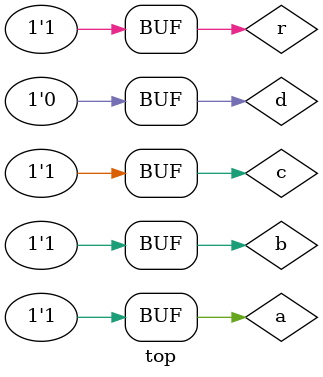
<source format=v>
module top;

reg        a,b,c,d,r;
wire [4:0] out;

tutorial duv(
	.a(a) ,
	.b(b) ,
	.c(c) ,
	.d(d) ,
	.r(r) ,
	.out(out)
);

initial begin
  a = 0;
  b = 0;
  c = 0;
  d = 0;
  r = 0;
  #100
  a = 1;
  b = 0;
  c = 0;
  d = 0;
  r = 1;
  #100
  a = 1;
  b = 1;
  c = 0;
  d = 0;
  r = 1;
  #100 ;
  a = 1;
  b = 1;
  c = 1;
  d = 0;
  r = 1;
  #100 ;
end

endmodule


</source>
